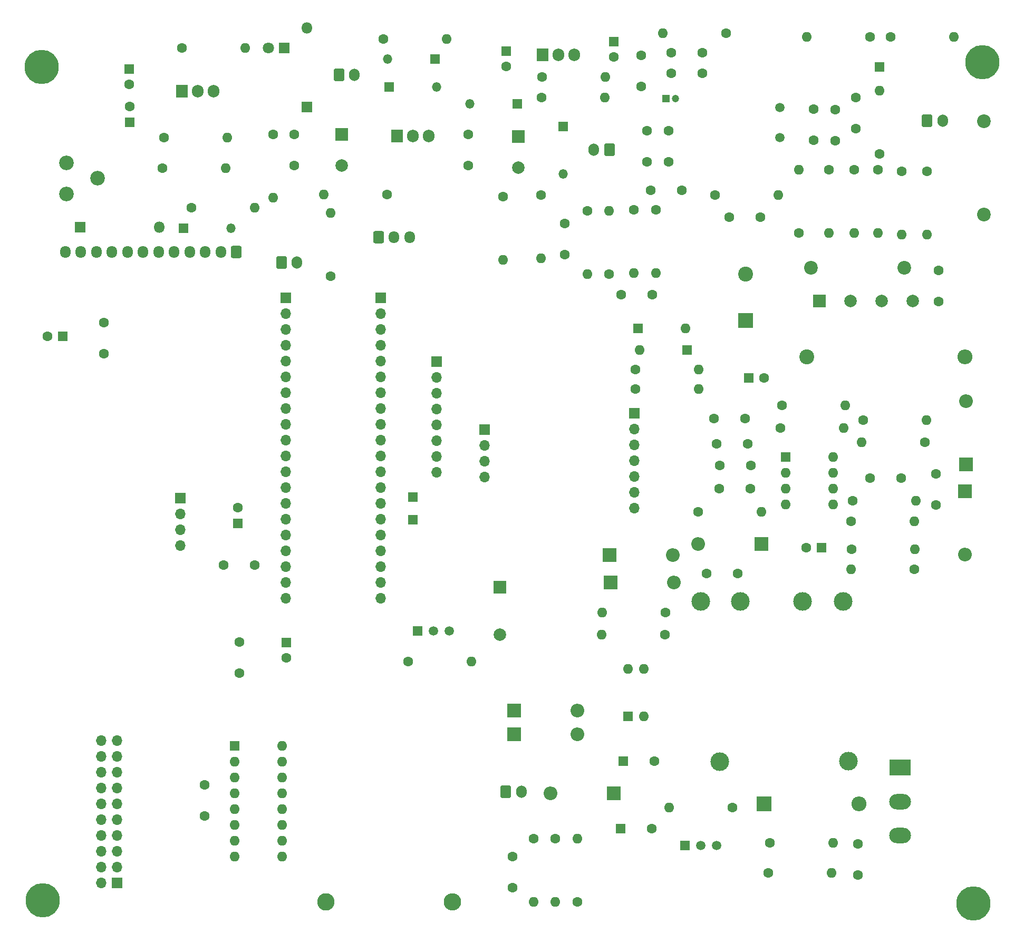
<source format=gbr>
%TF.GenerationSoftware,KiCad,Pcbnew,7.0.1-0*%
%TF.CreationDate,2023-03-17T10:33:11+01:00*%
%TF.ProjectId,EnAcess PCB,456e4163-6573-4732-9050-43422e6b6963,rev?*%
%TF.SameCoordinates,Original*%
%TF.FileFunction,Soldermask,Bot*%
%TF.FilePolarity,Negative*%
%FSLAX46Y46*%
G04 Gerber Fmt 4.6, Leading zero omitted, Abs format (unit mm)*
G04 Created by KiCad (PCBNEW 7.0.1-0) date 2023-03-17 10:33:11*
%MOMM*%
%LPD*%
G01*
G04 APERTURE LIST*
G04 Aperture macros list*
%AMRoundRect*
0 Rectangle with rounded corners*
0 $1 Rounding radius*
0 $2 $3 $4 $5 $6 $7 $8 $9 X,Y pos of 4 corners*
0 Add a 4 corners polygon primitive as box body*
4,1,4,$2,$3,$4,$5,$6,$7,$8,$9,$2,$3,0*
0 Add four circle primitives for the rounded corners*
1,1,$1+$1,$2,$3*
1,1,$1+$1,$4,$5*
1,1,$1+$1,$6,$7*
1,1,$1+$1,$8,$9*
0 Add four rect primitives between the rounded corners*
20,1,$1+$1,$2,$3,$4,$5,0*
20,1,$1+$1,$4,$5,$6,$7,0*
20,1,$1+$1,$6,$7,$8,$9,0*
20,1,$1+$1,$8,$9,$2,$3,0*%
G04 Aperture macros list end*
%ADD10R,1.500000X1.500000*%
%ADD11O,1.500000X1.500000*%
%ADD12R,1.800000X1.800000*%
%ADD13O,1.800000X1.800000*%
%ADD14O,1.600000X1.600000*%
%ADD15R,1.600000X1.600000*%
%ADD16C,1.600000*%
%ADD17O,1.700000X2.000000*%
%ADD18RoundRect,0.250000X-0.600000X-0.750000X0.600000X-0.750000X0.600000X0.750000X-0.600000X0.750000X0*%
%ADD19C,2.000000*%
%ADD20R,2.000000X2.000000*%
%ADD21R,1.700000X1.700000*%
%ADD22O,1.700000X1.700000*%
%ADD23R,3.500000X2.500000*%
%ADD24O,3.500000X2.500000*%
%ADD25R,2.200000X2.200000*%
%ADD26O,2.200000X2.200000*%
%ADD27C,3.600000*%
%ADD28C,5.500000*%
%ADD29C,1.500000*%
%ADD30C,2.340000*%
%ADD31RoundRect,0.250000X0.600000X0.725000X-0.600000X0.725000X-0.600000X-0.725000X0.600000X-0.725000X0*%
%ADD32O,1.700000X1.950000*%
%ADD33C,0.100000*%
%ADD34C,3.000000*%
%ADD35R,1.200000X1.200000*%
%ADD36C,1.200000*%
%ADD37RoundRect,0.250000X-0.550000X-0.550000X0.550000X-0.550000X0.550000X0.550000X-0.550000X0.550000X0*%
%ADD38C,2.200000*%
%ADD39C,2.800000*%
%ADD40O,2.800000X2.800000*%
%ADD41C,1.800000*%
%ADD42RoundRect,0.250000X0.600000X0.750000X-0.600000X0.750000X-0.600000X-0.750000X0.600000X-0.750000X0*%
%ADD43R,1.905000X2.000000*%
%ADD44O,1.905000X2.000000*%
%ADD45RoundRect,0.250000X-0.600000X-0.725000X0.600000X-0.725000X0.600000X0.725000X-0.600000X0.725000X0*%
%ADD46C,2.400000*%
%ADD47O,2.400000X2.400000*%
%ADD48R,2.400000X2.400000*%
G04 APERTURE END LIST*
D10*
%TO.C,D10*%
X42380000Y-47000000D03*
D11*
X50000000Y-47000000D03*
%TD*%
D12*
%TO.C,D20*%
X62200000Y-27500000D03*
D13*
X62200000Y-14800000D03*
%TD*%
D12*
%TO.C,D9*%
X25850000Y-46800000D03*
D13*
X38550000Y-46800000D03*
%TD*%
D14*
%TO.C,U10*%
X58200000Y-130100000D03*
X58200000Y-132640000D03*
X58200000Y-135180000D03*
X58200000Y-137720000D03*
X58200000Y-140260000D03*
X58200000Y-142800000D03*
X58200000Y-145340000D03*
X58200000Y-147880000D03*
X50580000Y-147880000D03*
X50580000Y-145340000D03*
X50580000Y-142800000D03*
X50580000Y-140260000D03*
X50580000Y-137720000D03*
X50580000Y-135180000D03*
X50580000Y-132640000D03*
D15*
X50580000Y-130100000D03*
%TD*%
D14*
%TO.C,R11*%
X64920000Y-41600000D03*
D16*
X75080000Y-41600000D03*
%TD*%
%TO.C,R4*%
X56800000Y-31920000D03*
D14*
X56800000Y-42080000D03*
%TD*%
D17*
%TO.C,J17*%
X60650000Y-52532500D03*
D18*
X58150000Y-52532500D03*
%TD*%
D10*
%TO.C,D13*%
X96015000Y-27000000D03*
D11*
X88395000Y-27000000D03*
%TD*%
D16*
%TO.C,C44*%
X45800000Y-136400000D03*
X45800000Y-141400000D03*
%TD*%
D19*
%TO.C,C4*%
X96200000Y-37232323D03*
D20*
X96200000Y-32232323D03*
%TD*%
D16*
%TO.C,R31*%
X138263000Y-79095600D03*
D14*
X148423000Y-79095600D03*
%TD*%
D16*
%TO.C,C15*%
X51409600Y-113476400D03*
X51409600Y-118476400D03*
%TD*%
%TO.C,R24*%
X102108000Y-145034000D03*
D14*
X102108000Y-155194000D03*
%TD*%
D20*
%TO.C,C20*%
X67818000Y-31933000D03*
D19*
X67818000Y-36933000D03*
%TD*%
D21*
%TO.C,J6*%
X58801000Y-58191400D03*
D22*
X58801000Y-60731400D03*
X58801000Y-63271400D03*
X58801000Y-65811400D03*
X58801000Y-68351400D03*
X58801000Y-70891400D03*
X58801000Y-73431400D03*
X58801000Y-75971400D03*
X58801000Y-78511400D03*
X58801000Y-81051400D03*
X58801000Y-83591400D03*
X58801000Y-86131400D03*
X58801000Y-88671400D03*
X58801000Y-91211400D03*
X58801000Y-93751400D03*
X58801000Y-96291400D03*
X58801000Y-98831400D03*
X58801000Y-101371400D03*
X58801000Y-103911400D03*
X58801000Y-106451400D03*
%TD*%
D15*
%TO.C,C26*%
X144881600Y-98298000D03*
D16*
X142381600Y-98298000D03*
%TD*%
%TO.C,C8*%
X60198000Y-31933000D03*
X60198000Y-36933000D03*
%TD*%
%TO.C,TH1*%
X163677600Y-53761000D03*
X163677600Y-58761000D03*
%TD*%
D23*
%TO.C,Q3*%
X157480000Y-133604000D03*
D24*
X157480000Y-139079000D03*
X157480000Y-144554000D03*
%TD*%
D25*
%TO.C,D7*%
X95504000Y-128270000D03*
D26*
X105664000Y-128270000D03*
%TD*%
D16*
%TO.C,C39*%
X130048000Y-45212000D03*
X135048000Y-45212000D03*
%TD*%
%TO.C,R17*%
X66040000Y-54686200D03*
D14*
X66040000Y-44526200D03*
%TD*%
D16*
%TO.C,R12*%
X161798000Y-37846000D03*
D14*
X161798000Y-48006000D03*
%TD*%
D27*
%TO.C,H3*%
X169265600Y-155448000D03*
D28*
X169265600Y-155448000D03*
%TD*%
D10*
%TO.C,U6*%
X122961400Y-146156000D03*
D29*
X125501400Y-146156000D03*
X128041400Y-146156000D03*
%TD*%
D16*
%TO.C,C27*%
X131368800Y-102463600D03*
X126368800Y-102463600D03*
%TD*%
D18*
%TO.C,J13*%
X67350000Y-22332500D03*
D17*
X69850000Y-22332500D03*
%TD*%
D15*
%TO.C,D12*%
X123266200Y-66548000D03*
D14*
X115646200Y-66548000D03*
%TD*%
D16*
%TO.C,R45*%
X127762000Y-41656000D03*
D14*
X137922000Y-41656000D03*
%TD*%
D10*
%TO.C,Q2*%
X80035400Y-111713600D03*
D29*
X82575400Y-111713600D03*
X85115400Y-111713600D03*
%TD*%
D18*
%TO.C,J8*%
X161798000Y-29718000D03*
D17*
X164298000Y-29718000D03*
%TD*%
D16*
%TO.C,C37*%
X120690000Y-22098000D03*
X125690000Y-22098000D03*
%TD*%
%TO.C,R23*%
X161417000Y-81356200D03*
D14*
X151257000Y-81356200D03*
%TD*%
D16*
%TO.C,R34*%
X114935000Y-69646800D03*
D14*
X125095000Y-69646800D03*
%TD*%
D30*
%TO.C,RV2*%
X23575000Y-41461200D03*
X28575000Y-38961200D03*
X23575000Y-36461200D03*
%TD*%
D15*
%TO.C,C5*%
X23037800Y-64389000D03*
D16*
X20537800Y-64389000D03*
%TD*%
D31*
%TO.C,J2*%
X50912400Y-50800000D03*
D32*
X48412400Y-50800000D03*
X45912400Y-50800000D03*
X43412400Y-50800000D03*
X40912400Y-50800000D03*
X38412400Y-50800000D03*
X35912400Y-50800000D03*
X33412400Y-50800000D03*
X30912400Y-50800000D03*
X28412400Y-50800000D03*
X25912400Y-50800000D03*
X23412400Y-50800000D03*
%TD*%
D33*
%TO.C,TR1*%
X143932500Y-109830500D03*
X148932500Y-109830500D03*
D34*
X128485500Y-132690500D03*
X149186500Y-132563500D03*
X125437500Y-106909500D03*
X131787500Y-106909500D03*
X141820500Y-106909500D03*
X148297500Y-106909500D03*
%TD*%
D16*
%TO.C,C40*%
X143586200Y-32893000D03*
X143586200Y-27893000D03*
%TD*%
%TO.C,C12*%
X115874800Y-19191600D03*
X115874800Y-24191600D03*
%TD*%
%TO.C,R27*%
X138480800Y-75412600D03*
D14*
X148640800Y-75412600D03*
%TD*%
D16*
%TO.C,R37*%
X136550400Y-145694400D03*
D14*
X146710400Y-145694400D03*
%TD*%
D15*
%TO.C,C31*%
X133160888Y-71043800D03*
D16*
X135660888Y-71043800D03*
%TD*%
%TO.C,C32*%
X117388000Y-40894000D03*
X122388000Y-40894000D03*
%TD*%
D15*
%TO.C,C21*%
X33756600Y-29972000D03*
D16*
X33756600Y-27472000D03*
%TD*%
%TO.C,C23*%
X152628600Y-87147400D03*
X157628600Y-87147400D03*
%TD*%
%TO.C,C38*%
X150368000Y-30988000D03*
X150368000Y-25988000D03*
%TD*%
%TO.C,R19*%
X98602800Y-145034000D03*
D14*
X98602800Y-155194000D03*
%TD*%
D25*
%TO.C,D14*%
X167894000Y-89204800D03*
D26*
X167894000Y-99364800D03*
%TD*%
D16*
%TO.C,R47*%
X99822000Y-41656000D03*
D14*
X99822000Y-51816000D03*
%TD*%
D16*
%TO.C,R43*%
X141224000Y-47752000D03*
D14*
X141224000Y-37592000D03*
%TD*%
D21*
%TO.C,J12*%
X41910000Y-90307000D03*
D22*
X41910000Y-92847000D03*
X41910000Y-95387000D03*
X41910000Y-97927000D03*
%TD*%
D27*
%TO.C,H4*%
X19812000Y-154940000D03*
D28*
X19812000Y-154940000D03*
%TD*%
D25*
%TO.C,D16*%
X110794800Y-99466400D03*
D26*
X120954800Y-99466400D03*
%TD*%
D16*
%TO.C,R9*%
X114706400Y-44069000D03*
D14*
X114706400Y-54229000D03*
%TD*%
D16*
%TO.C,R5*%
X99999800Y-22682200D03*
D14*
X110159800Y-22682200D03*
%TD*%
D16*
%TO.C,R36*%
X130530600Y-140081000D03*
D14*
X120370600Y-140081000D03*
%TD*%
D25*
%TO.C,D8*%
X111480000Y-137800000D03*
D26*
X101320000Y-137800000D03*
%TD*%
D35*
%TO.C,C35*%
X119912000Y-26162000D03*
D36*
X121412000Y-26162000D03*
%TD*%
D27*
%TO.C,H1*%
X170688000Y-20320000D03*
D28*
X170688000Y-20320000D03*
%TD*%
D16*
%TO.C,R16*%
X129489200Y-15671800D03*
D14*
X119329200Y-15671800D03*
%TD*%
D15*
%TO.C,C2*%
X94234000Y-18542000D03*
D16*
X94234000Y-21042000D03*
%TD*%
D37*
%TO.C,J15*%
X79248000Y-90200000D03*
%TD*%
D38*
%TO.C,C10*%
X158122000Y-53340000D03*
X143122000Y-53340000D03*
%TD*%
D16*
%TO.C,R28*%
X149606000Y-94107000D03*
D14*
X159766000Y-94107000D03*
%TD*%
D10*
%TO.C,D2*%
X75433000Y-24313000D03*
D11*
X83053000Y-24313000D03*
%TD*%
D16*
%TO.C,R15*%
X157734000Y-37846000D03*
D14*
X157734000Y-48006000D03*
%TD*%
D16*
%TO.C,R33*%
X105664000Y-155194000D03*
D14*
X105664000Y-145034000D03*
%TD*%
D15*
%TO.C,U1*%
X139085800Y-83728400D03*
D14*
X139085800Y-86268400D03*
X139085800Y-88808400D03*
X139085800Y-91348400D03*
X146705800Y-91348400D03*
X146705800Y-88808400D03*
X146705800Y-86268400D03*
X146705800Y-83728400D03*
%TD*%
D16*
%TO.C,R1*%
X78486000Y-116586000D03*
D14*
X88646000Y-116586000D03*
%TD*%
D16*
%TO.C,C11*%
X53873400Y-101092000D03*
X48873400Y-101092000D03*
%TD*%
D39*
%TO.C,R18*%
X65240000Y-155200000D03*
D40*
X85560000Y-155200000D03*
%TD*%
D16*
%TO.C,R29*%
X149834600Y-90728800D03*
D14*
X159994600Y-90728800D03*
%TD*%
D16*
%TO.C,R20*%
X119735600Y-112268000D03*
D14*
X109575600Y-112268000D03*
%TD*%
D18*
%TO.C,J7*%
X94150000Y-137532500D03*
D17*
X96650000Y-137532500D03*
%TD*%
D37*
%TO.C,J16*%
X79248000Y-93800000D03*
%TD*%
D12*
%TO.C,D1*%
X58540000Y-18000000D03*
D41*
X56000000Y-18000000D03*
%TD*%
D16*
%TO.C,R3*%
X42120000Y-18034000D03*
D14*
X52280000Y-18034000D03*
%TD*%
D15*
%TO.C,C3*%
X58953400Y-113512523D03*
D16*
X58953400Y-116012523D03*
%TD*%
D42*
%TO.C,J10*%
X110805600Y-34366200D03*
D17*
X108305600Y-34366200D03*
%TD*%
D16*
%TO.C,C41*%
X147066000Y-27965400D03*
X147066000Y-32965400D03*
%TD*%
D21*
%TO.C,J11*%
X114833000Y-76728000D03*
D22*
X114833000Y-79268000D03*
X114833000Y-81808000D03*
X114833000Y-84348000D03*
X114833000Y-86888000D03*
X114833000Y-89428000D03*
X114833000Y-91968000D03*
%TD*%
D16*
%TO.C,C22*%
X128437000Y-88798400D03*
X133437000Y-88798400D03*
%TD*%
%TO.C,R54*%
X155956000Y-16256000D03*
D14*
X166116000Y-16256000D03*
%TD*%
D25*
%TO.C,D17*%
X168046400Y-84937600D03*
D26*
X168046400Y-74777600D03*
%TD*%
D16*
%TO.C,R41*%
X150114000Y-37592000D03*
D14*
X150114000Y-47752000D03*
%TD*%
D25*
%TO.C,D3*%
X135229600Y-97713800D03*
D26*
X125069600Y-97713800D03*
%TD*%
D27*
%TO.C,H1*%
X19608800Y-21056600D03*
D28*
X19608800Y-21056600D03*
%TD*%
D15*
%TO.C,U4*%
X113761600Y-125389800D03*
D14*
X116301600Y-125389800D03*
X116301600Y-117769800D03*
X113761600Y-117769800D03*
%TD*%
D16*
%TO.C,C34*%
X116789200Y-36322000D03*
X116789200Y-31322000D03*
%TD*%
D43*
%TO.C,U5*%
X42164000Y-25024200D03*
D44*
X44704000Y-25024200D03*
X47244000Y-25024200D03*
%TD*%
D29*
%TO.C,8.192MHz1*%
X138125200Y-27572800D03*
X138125200Y-32472800D03*
%TD*%
D16*
%TO.C,R32*%
X125044200Y-92506800D03*
D14*
X135204200Y-92506800D03*
%TD*%
D16*
%TO.C,R14*%
X38989000Y-37312600D03*
D14*
X49149000Y-37312600D03*
%TD*%
D16*
%TO.C,C33*%
X125690000Y-18796000D03*
X120690000Y-18796000D03*
%TD*%
%TO.C,C24*%
X127979800Y-81610200D03*
X132979800Y-81610200D03*
%TD*%
%TO.C,R10*%
X107264200Y-44221400D03*
D14*
X107264200Y-54381400D03*
%TD*%
D16*
%TO.C,C17*%
X150723600Y-150886800D03*
X150723600Y-145886800D03*
%TD*%
D25*
%TO.C,D15*%
X110947200Y-103911400D03*
D26*
X121107200Y-103911400D03*
%TD*%
D16*
%TO.C,C29*%
X112714400Y-57658000D03*
X117714400Y-57658000D03*
%TD*%
%TO.C,C25*%
X163195000Y-86450800D03*
X163195000Y-91450800D03*
%TD*%
%TO.C,R25*%
X149682200Y-98590100D03*
D14*
X159842200Y-98590100D03*
%TD*%
D45*
%TO.C,J9*%
X73700000Y-48468000D03*
D32*
X76200000Y-48468000D03*
X78700000Y-48468000D03*
%TD*%
D16*
%TO.C,R55*%
X152654000Y-16256000D03*
D14*
X142494000Y-16256000D03*
%TD*%
D46*
%TO.C,R30*%
X142494000Y-67665600D03*
D47*
X167894000Y-67665600D03*
%TD*%
D16*
%TO.C,R6*%
X99872800Y-25958800D03*
D14*
X110032800Y-25958800D03*
%TD*%
D15*
%TO.C,C30*%
X112597349Y-143400000D03*
D16*
X117597349Y-143400000D03*
%TD*%
%TO.C,R26*%
X159715200Y-101800000D03*
D14*
X149555200Y-101800000D03*
%TD*%
D43*
%TO.C,U7*%
X100101400Y-19182200D03*
D44*
X102641400Y-19182200D03*
X105181400Y-19182200D03*
%TD*%
D15*
%TO.C,C19*%
X33680400Y-21400801D03*
D16*
X33680400Y-23900801D03*
%TD*%
D43*
%TO.C,U2*%
X76708000Y-32187000D03*
D44*
X79248000Y-32187000D03*
X81788000Y-32187000D03*
%TD*%
D10*
%TO.C,D6*%
X103378000Y-30658000D03*
D11*
X103378000Y-38278000D03*
%TD*%
D21*
%TO.C,J4*%
X31755000Y-152141000D03*
D22*
X29215000Y-152141000D03*
X31755000Y-149601000D03*
X29215000Y-149601000D03*
X31755000Y-147061000D03*
X29215000Y-147061000D03*
X31755000Y-144521000D03*
X29215000Y-144521000D03*
X31755000Y-141981000D03*
X29215000Y-141981000D03*
X31755000Y-139441000D03*
X29215000Y-139441000D03*
X31755000Y-136901000D03*
X29215000Y-136901000D03*
X31755000Y-134361000D03*
X29215000Y-134361000D03*
X31755000Y-131821000D03*
X29215000Y-131821000D03*
X31755000Y-129281000D03*
X29215000Y-129281000D03*
%TD*%
D16*
%TO.C,R46*%
X93726000Y-41910000D03*
D14*
X93726000Y-52070000D03*
%TD*%
D16*
%TO.C,R38*%
X136321800Y-150520400D03*
D14*
X146481800Y-150520400D03*
%TD*%
D15*
%TO.C,C1*%
X111506000Y-17018000D03*
D16*
X111506000Y-19518000D03*
%TD*%
D15*
%TO.C,C6*%
X51130200Y-94411877D03*
D16*
X51130200Y-91911877D03*
%TD*%
D37*
%TO.C,J14*%
X154178000Y-21082000D03*
%TD*%
D16*
%TO.C,R7*%
X118237000Y-44018200D03*
D14*
X118237000Y-54178200D03*
%TD*%
D20*
%TO.C,D11*%
X144485300Y-58666100D03*
D19*
X149485300Y-58666100D03*
X154485300Y-58666100D03*
X159485300Y-58666100D03*
%TD*%
D16*
%TO.C,R8*%
X110693200Y-54356000D03*
D14*
X110693200Y-44196000D03*
%TD*%
D16*
%TO.C,C14*%
X88138000Y-31933000D03*
X88138000Y-36933000D03*
%TD*%
D10*
%TO.C,D4*%
X82809000Y-19812000D03*
D11*
X75189000Y-19812000D03*
%TD*%
D16*
%TO.C,C18*%
X128473200Y-85115400D03*
X133473200Y-85115400D03*
%TD*%
D21*
%TO.C,J3*%
X83007200Y-68376800D03*
D22*
X83007200Y-70916800D03*
X83007200Y-73456800D03*
X83007200Y-75996800D03*
X83007200Y-78536800D03*
X83007200Y-81076800D03*
X83007200Y-83616800D03*
X83007200Y-86156800D03*
%TD*%
D15*
%TO.C,D18*%
X115392200Y-63093600D03*
D14*
X123012200Y-63093600D03*
%TD*%
D25*
%TO.C,D5*%
X95504000Y-124460000D03*
D26*
X105664000Y-124460000D03*
%TD*%
D16*
%TO.C,R35*%
X114935000Y-72821800D03*
D14*
X125095000Y-72821800D03*
%TD*%
D16*
%TO.C,C13*%
X29591000Y-67143000D03*
X29591000Y-62143000D03*
%TD*%
D48*
%TO.C,C9*%
X132689600Y-61839067D03*
D46*
X132689600Y-54339067D03*
%TD*%
D16*
%TO.C,R2*%
X43688000Y-43688000D03*
D14*
X53848000Y-43688000D03*
%TD*%
D16*
%TO.C,R13*%
X39243000Y-32435800D03*
D14*
X49403000Y-32435800D03*
%TD*%
D16*
%TO.C,C7*%
X95250000Y-152908000D03*
X95250000Y-147908000D03*
%TD*%
%TO.C,R40*%
X153924000Y-37592000D03*
D14*
X153924000Y-47752000D03*
%TD*%
D16*
%TO.C,C16*%
X127548000Y-77597000D03*
X132548000Y-77597000D03*
%TD*%
%TO.C,R21*%
X119786400Y-108712000D03*
D14*
X109626400Y-108712000D03*
%TD*%
D20*
%TO.C,BZ1*%
X93218000Y-104648000D03*
D19*
X93218000Y-112248000D03*
%TD*%
D16*
%TO.C,R22*%
X151561800Y-77774800D03*
D14*
X161721800Y-77774800D03*
%TD*%
D16*
%TO.C,R44*%
X154178000Y-35052000D03*
D14*
X154178000Y-24892000D03*
%TD*%
D16*
%TO.C,C42*%
X103632000Y-51268000D03*
X103632000Y-46268000D03*
%TD*%
D21*
%TO.C,J1*%
X90728800Y-79349600D03*
D22*
X90728800Y-81889600D03*
X90728800Y-84429600D03*
X90728800Y-86969600D03*
%TD*%
D16*
%TO.C,C36*%
X120269000Y-36322000D03*
X120269000Y-31322000D03*
%TD*%
%TO.C,R42*%
X146050000Y-37592000D03*
D14*
X146050000Y-47752000D03*
%TD*%
D48*
%TO.C,D19*%
X135636000Y-139446000D03*
D47*
X150876000Y-139446000D03*
%TD*%
D15*
%TO.C,C28*%
X112997349Y-132588000D03*
D16*
X117997349Y-132588000D03*
%TD*%
%TO.C,R39*%
X74520000Y-16600000D03*
D14*
X84680000Y-16600000D03*
%TD*%
D21*
%TO.C,J5*%
X74041000Y-58191400D03*
D22*
X74041000Y-60731400D03*
X74041000Y-63271400D03*
X74041000Y-65811400D03*
X74041000Y-68351400D03*
X74041000Y-70891400D03*
X74041000Y-73431400D03*
X74041000Y-75971400D03*
X74041000Y-78511400D03*
X74041000Y-81051400D03*
X74041000Y-83591400D03*
X74041000Y-86131400D03*
X74041000Y-88671400D03*
X74041000Y-91211400D03*
X74041000Y-93751400D03*
X74041000Y-96291400D03*
X74041000Y-98831400D03*
X74041000Y-101371400D03*
X74041000Y-103911400D03*
X74041000Y-106451400D03*
%TD*%
D38*
%TO.C,C43*%
X170942000Y-29838000D03*
X170942000Y-44838000D03*
%TD*%
M02*

</source>
